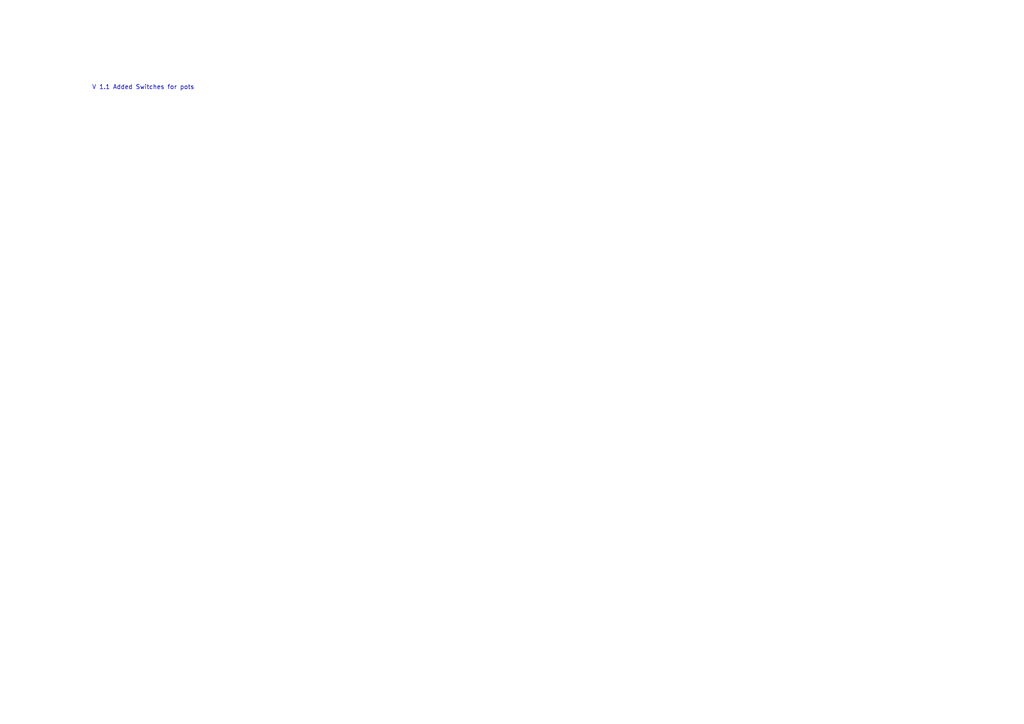
<source format=kicad_sch>
(kicad_sch (version 20230121) (generator eeschema)
  (paper "A4")
  (lib_symbols)
  (text "V 1.1 Added Switches for pots" (at 26.67 26.162 0) (effects (font (size 1.27 1.27)) (justify left bottom)))
)
</source>
